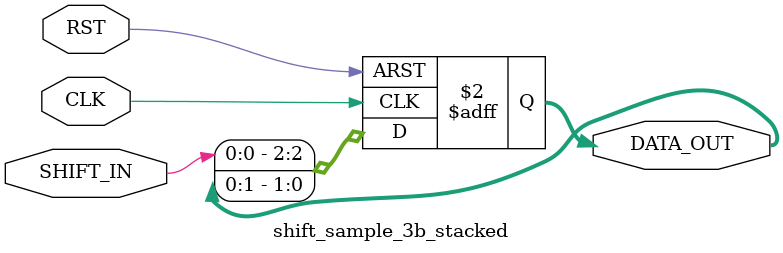
<source format=v>

module shift_sample_3b_stacked(
	SHIFT_IN, 
	RST, 
	CLK, 
	DATA_OUT);
	
	input SHIFT_IN; 
	input RST; 
	input CLK;
	
	output reg [0:2] DATA_OUT; 
	
	always @ (posedge CLK or posedge RST) begin
 		if (RST) begin
  			DATA_OUT <= 3'b000;
    		end
 		else begin		
			DATA_OUT[0] <= SHIFT_IN;
			DATA_OUT[1] <= DATA_OUT[0];			
			DATA_OUT[2] <= DATA_OUT[1];

		end
	end
endmodule



</source>
